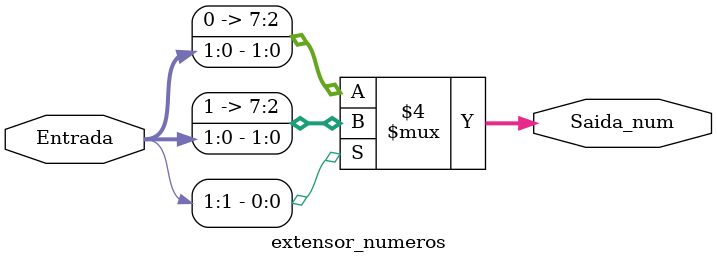
<source format=sv>
module extensor_PC(Entrada, Saida_PC);
 input [4:0] Entrada;
 output reg [7:0] Saida_PC;


 always @(*) begin
   if (Entrada[4] == 1'b1) begin
     Saida_PC = {{3{1'b1}}, Entrada[4:0]};
   end
   else begin
     Saida_PC = {{3{1'b0}}, Entrada[4:0]};
   end
 end
endmodule


module extensor_numeros(Entrada, Saida_num);
 input [1:0] Entrada;
 output reg [7:0] Saida_num;


 always @(*) begin
   if (Entrada[1] == 1'b1) begin
     Saida_num = {{6{1'b1}}, Entrada[1:0]};
   end
   else begin
     Saida_num = {{6{1'b0}}, Entrada[1:0]};
   end
 end
endmodule
</source>
